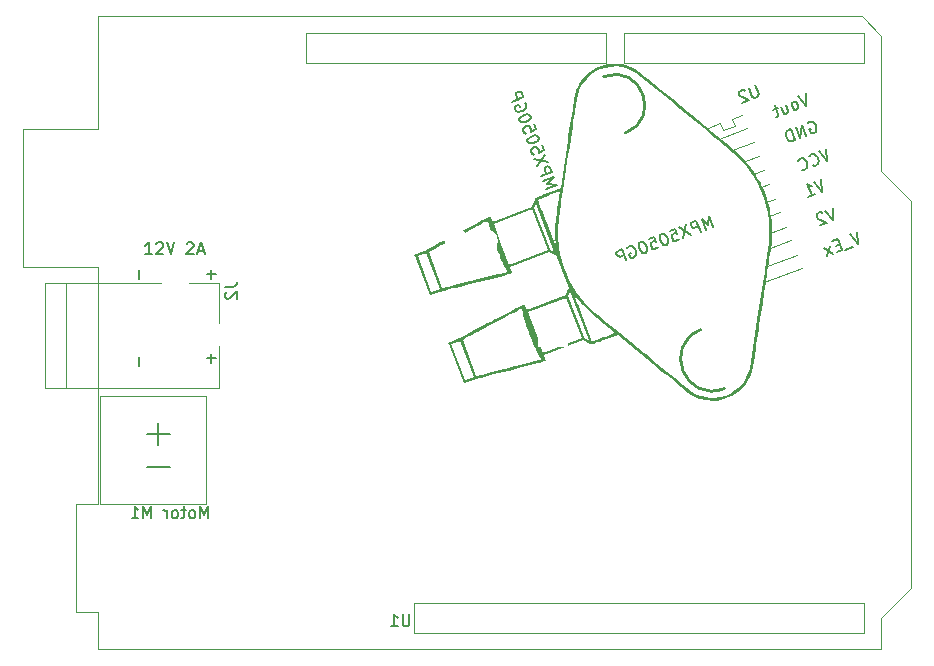
<source format=gbr>
%TF.GenerationSoftware,KiCad,Pcbnew,6.0.3-a3aad9c10e~116~ubuntu20.04.1*%
%TF.CreationDate,2022-03-20T15:10:46-04:00*%
%TF.ProjectId,Protogasm-Board-V2,50726f74-6f67-4617-936d-2d426f617264,rev?*%
%TF.SameCoordinates,PX68290a0PY76b1be0*%
%TF.FileFunction,Legend,Bot*%
%TF.FilePolarity,Positive*%
%FSLAX46Y46*%
G04 Gerber Fmt 4.6, Leading zero omitted, Abs format (unit mm)*
G04 Created by KiCad (PCBNEW 6.0.3-a3aad9c10e~116~ubuntu20.04.1) date 2022-03-20 15:10:46*
%MOMM*%
%LPD*%
G01*
G04 APERTURE LIST*
G04 Aperture macros list*
%AMRotRect*
0 Rectangle, with rotation*
0 The origin of the aperture is its center*
0 $1 length*
0 $2 width*
0 $3 Rotation angle, in degrees counterclockwise*
0 Add horizontal line*
21,1,$1,$2,0,0,$3*%
G04 Aperture macros list end*
%ADD10C,0.150000*%
%ADD11C,0.120000*%
%ADD12C,0.100000*%
%ADD13C,0.254000*%
%ADD14C,3.302000*%
%ADD15C,3.048000*%
%ADD16C,1.600000*%
%ADD17O,1.600000X1.600000*%
%ADD18R,2.000000X2.000000*%
%ADD19C,2.000000*%
%ADD20R,2.500000X3.000000*%
%ADD21O,3.500000X3.500000*%
%ADD22R,1.905000X2.000000*%
%ADD23O,1.905000X2.000000*%
%ADD24C,2.159000*%
%ADD25R,1.800000X1.800000*%
%ADD26O,1.800000X1.800000*%
%ADD27C,1.524000*%
%ADD28C,2.286000*%
%ADD29C,3.200000*%
%ADD30R,1.600000X1.600000*%
%ADD31RotRect,1.981200X1.981200X201.000000*%
%ADD32C,1.981200*%
G04 APERTURE END LIST*
D10*
X4445238Y33329620D02*
X3873809Y33329620D01*
X4159523Y33329620D02*
X4159523Y34329620D01*
X4064285Y34186762D01*
X3969047Y34091524D01*
X3873809Y34043905D01*
X4826190Y34234381D02*
X4873809Y34282000D01*
X4969047Y34329620D01*
X5207142Y34329620D01*
X5302380Y34282000D01*
X5350000Y34234381D01*
X5397619Y34139143D01*
X5397619Y34043905D01*
X5350000Y33901048D01*
X4778571Y33329620D01*
X5397619Y33329620D01*
X5683333Y34329620D02*
X6016666Y33329620D01*
X6350000Y34329620D01*
X7397619Y34234381D02*
X7445238Y34282000D01*
X7540476Y34329620D01*
X7778571Y34329620D01*
X7873809Y34282000D01*
X7921428Y34234381D01*
X7969047Y34139143D01*
X7969047Y34043905D01*
X7921428Y33901048D01*
X7350000Y33329620D01*
X7969047Y33329620D01*
X8350000Y33615334D02*
X8826190Y33615334D01*
X8254761Y33329620D02*
X8588095Y34329620D01*
X8921428Y33329620D01*
%TO.C,M1*%
X4380904Y10977620D02*
X4380904Y11977620D01*
X4047571Y11263334D01*
X3714238Y11977620D01*
X3714238Y10977620D01*
X2714238Y10977620D02*
X3285666Y10977620D01*
X2999952Y10977620D02*
X2999952Y11977620D01*
X3095190Y11834762D01*
X3190428Y11739524D01*
X3285666Y11691905D01*
X5938119Y18106572D02*
X4002880Y18106572D01*
X4970500Y17138953D02*
X4970500Y19074191D01*
X9206904Y10977620D02*
X9206904Y11977620D01*
X8873571Y11263334D01*
X8540238Y11977620D01*
X8540238Y10977620D01*
X7921190Y10977620D02*
X8016428Y11025239D01*
X8064047Y11072858D01*
X8111666Y11168096D01*
X8111666Y11453810D01*
X8064047Y11549048D01*
X8016428Y11596667D01*
X7921190Y11644286D01*
X7778333Y11644286D01*
X7683095Y11596667D01*
X7635476Y11549048D01*
X7587857Y11453810D01*
X7587857Y11168096D01*
X7635476Y11072858D01*
X7683095Y11025239D01*
X7778333Y10977620D01*
X7921190Y10977620D01*
X7302142Y11644286D02*
X6921190Y11644286D01*
X7159285Y11977620D02*
X7159285Y11120477D01*
X7111666Y11025239D01*
X7016428Y10977620D01*
X6921190Y10977620D01*
X6445000Y10977620D02*
X6540238Y11025239D01*
X6587857Y11072858D01*
X6635476Y11168096D01*
X6635476Y11453810D01*
X6587857Y11549048D01*
X6540238Y11596667D01*
X6445000Y11644286D01*
X6302142Y11644286D01*
X6206904Y11596667D01*
X6159285Y11549048D01*
X6111666Y11453810D01*
X6111666Y11168096D01*
X6159285Y11072858D01*
X6206904Y11025239D01*
X6302142Y10977620D01*
X6445000Y10977620D01*
X5683095Y10977620D02*
X5683095Y11644286D01*
X5683095Y11453810D02*
X5635476Y11549048D01*
X5587857Y11596667D01*
X5492619Y11644286D01*
X5397380Y11644286D01*
X5938119Y15312572D02*
X4002880Y15312572D01*
%TO.C,J2*%
X10628380Y30559334D02*
X11342666Y30559334D01*
X11485523Y30606953D01*
X11580761Y30702191D01*
X11628380Y30845048D01*
X11628380Y30940286D01*
X10723619Y30130762D02*
X10676000Y30083143D01*
X10628380Y29987905D01*
X10628380Y29749810D01*
X10676000Y29654572D01*
X10723619Y29606953D01*
X10818857Y29559334D01*
X10914095Y29559334D01*
X11056952Y29606953D01*
X11628380Y30178381D01*
X11628380Y29559334D01*
X9469428Y32003953D02*
X9469428Y31242048D01*
X9850380Y31623000D02*
X9088476Y31623000D01*
X9469428Y24891953D02*
X9469428Y24130048D01*
X9850380Y24511000D02*
X9088476Y24511000D01*
X3373428Y32003953D02*
X3373428Y31242048D01*
X3373428Y24637953D02*
X3373428Y23876048D01*
%TO.C,U1*%
X26243404Y2833620D02*
X26243404Y2024096D01*
X26195785Y1928858D01*
X26148166Y1881239D01*
X26052928Y1833620D01*
X25862452Y1833620D01*
X25767214Y1881239D01*
X25719595Y1928858D01*
X25671976Y2024096D01*
X25671976Y2833620D01*
X24671976Y1833620D02*
X25243404Y1833620D01*
X24957690Y1833620D02*
X24957690Y2833620D01*
X25052928Y2690762D01*
X25148166Y2595524D01*
X25243404Y2547905D01*
%TO.C,U2*%
X55514253Y47633263D02*
X55804361Y46877508D01*
X55794035Y46771530D01*
X55766644Y46710009D01*
X55694796Y46631422D01*
X55516972Y46563162D01*
X55410994Y46573488D01*
X55349473Y46600879D01*
X55270886Y46672726D01*
X54980779Y47428482D01*
X54614803Y47185983D02*
X54553282Y47213374D01*
X54447304Y47223700D01*
X54225023Y47138374D01*
X54153176Y47059788D01*
X54125785Y46998266D01*
X54115459Y46892289D01*
X54149589Y46803376D01*
X54245241Y46687073D01*
X54983497Y46358380D01*
X54405566Y46136533D01*
X64139814Y35240176D02*
X64186988Y34187139D01*
X63517427Y35001264D01*
X63821013Y33944641D02*
X63109713Y33671598D01*
X62665585Y34164203D02*
X62354392Y34044747D01*
X62408740Y33504534D02*
X62853302Y33675185D01*
X62494934Y34608766D01*
X62050372Y34438114D01*
X62097546Y33385078D02*
X61369616Y33819748D01*
X61858634Y34007465D02*
X61608528Y33197361D01*
X61538565Y42268668D02*
X61585739Y41215631D01*
X60916178Y42029756D01*
X60395748Y40860850D02*
X60457269Y40833459D01*
X60607703Y40840198D01*
X60696615Y40874329D01*
X60812919Y40969980D01*
X60867701Y41093023D01*
X60878027Y41199000D01*
X60854222Y41393890D01*
X60803027Y41527259D01*
X60690310Y41688019D01*
X60611724Y41759866D01*
X60488681Y41814648D01*
X60338247Y41807909D01*
X60249335Y41773779D01*
X60133031Y41678127D01*
X60105640Y41616606D01*
X59462167Y40502482D02*
X59523689Y40475091D01*
X59674122Y40481830D01*
X59763035Y40515961D01*
X59879338Y40611612D01*
X59934120Y40734655D01*
X59944446Y40840632D01*
X59920642Y41035522D01*
X59869446Y41168891D01*
X59756730Y41329651D01*
X59678143Y41401498D01*
X59555101Y41456280D01*
X59404667Y41449541D01*
X59315754Y41415411D01*
X59199451Y41319759D01*
X59172060Y41258238D01*
X62064233Y37267272D02*
X62111407Y36214235D01*
X61441846Y37028360D01*
X61209239Y36837057D02*
X61147718Y36864448D01*
X61041740Y36874774D01*
X60819459Y36789448D01*
X60747612Y36710861D01*
X60720221Y36649340D01*
X60709895Y36543362D01*
X60744025Y36454450D01*
X60839677Y36338147D01*
X61577933Y36009454D01*
X61000002Y35787607D01*
X61086914Y39692875D02*
X61134088Y38639838D01*
X60464527Y39453963D01*
X60022683Y38213210D02*
X60556158Y38417992D01*
X60289420Y38315601D02*
X59931052Y39249181D01*
X60071160Y39149943D01*
X60194203Y39095161D01*
X60300180Y39084835D01*
X59781323Y46960023D02*
X59828497Y45906986D01*
X59158936Y46721111D01*
X59072742Y45616879D02*
X59144589Y45695465D01*
X59171980Y45756987D01*
X59182306Y45862964D01*
X59079915Y46129702D01*
X59001329Y46201549D01*
X58939807Y46228940D01*
X58833830Y46239266D01*
X58700461Y46188071D01*
X58628614Y46109484D01*
X58601223Y46047963D01*
X58590897Y45941985D01*
X58693288Y45675248D01*
X58771874Y45603401D01*
X58833396Y45576009D01*
X58939373Y45565684D01*
X59072742Y45616879D01*
X57722425Y45812637D02*
X57961336Y45190250D01*
X58122530Y45966224D02*
X58310247Y45477205D01*
X58299921Y45371228D01*
X58228074Y45292641D01*
X58094705Y45241446D01*
X57988728Y45251772D01*
X57927206Y45279163D01*
X57411231Y45693181D02*
X57055581Y45556660D01*
X57158406Y45953179D02*
X57465579Y45152968D01*
X57455253Y45046990D01*
X57383406Y44968404D01*
X57294493Y44934273D01*
X37780080Y38871479D02*
X38713661Y39229847D01*
X37927362Y39285063D01*
X38474749Y39852234D01*
X37541168Y39493866D01*
X37370517Y39938428D02*
X38304097Y40296796D01*
X38167576Y40652446D01*
X38088990Y40724293D01*
X38027469Y40751684D01*
X37921491Y40762010D01*
X37788122Y40710815D01*
X37716275Y40632228D01*
X37688884Y40570707D01*
X37678558Y40464729D01*
X37815079Y40109079D01*
X37979860Y41141464D02*
X36807367Y41405483D01*
X37740948Y41763851D02*
X37046279Y40783096D01*
X37433775Y42564063D02*
X37604427Y42119501D01*
X37176930Y41904393D01*
X37204321Y41965914D01*
X37214647Y42071892D01*
X37129321Y42294173D01*
X37050735Y42366020D01*
X36989213Y42393411D01*
X36883236Y42403737D01*
X36660955Y42318412D01*
X36589107Y42239825D01*
X36561716Y42178304D01*
X36551390Y42072326D01*
X36636716Y41850045D01*
X36715303Y41778198D01*
X36776824Y41750807D01*
X37194863Y43186450D02*
X37160733Y43275362D01*
X37082147Y43347209D01*
X37020625Y43374600D01*
X36914648Y43384926D01*
X36719758Y43361122D01*
X36497477Y43275796D01*
X36336717Y43163080D01*
X36264870Y43084493D01*
X36237479Y43022972D01*
X36227153Y42916994D01*
X36261283Y42828082D01*
X36339869Y42756234D01*
X36401391Y42728843D01*
X36507368Y42718517D01*
X36702258Y42742322D01*
X36924539Y42827648D01*
X37085299Y42940364D01*
X37157146Y43018951D01*
X37184537Y43080472D01*
X37194863Y43186450D01*
X36751170Y44342311D02*
X36921821Y43897749D01*
X36494324Y43682641D01*
X36521715Y43744163D01*
X36532041Y43850140D01*
X36446715Y44072421D01*
X36368129Y44144269D01*
X36306608Y44171660D01*
X36200630Y44181986D01*
X35978349Y44096660D01*
X35906502Y44018074D01*
X35879111Y43956552D01*
X35868785Y43850575D01*
X35954110Y43628294D01*
X36032697Y43556446D01*
X36094218Y43529055D01*
X36512258Y44964698D02*
X36478127Y45053611D01*
X36399541Y45125458D01*
X36338020Y45152849D01*
X36232042Y45163175D01*
X36037152Y45139371D01*
X35814871Y45054045D01*
X35654111Y44941328D01*
X35582264Y44862742D01*
X35554873Y44801220D01*
X35544547Y44695243D01*
X35578677Y44606330D01*
X35657264Y44534483D01*
X35718785Y44507092D01*
X35824763Y44496766D01*
X36019653Y44520570D01*
X36241934Y44605896D01*
X36402693Y44718613D01*
X36474541Y44797199D01*
X36501932Y44858721D01*
X36512258Y44964698D01*
X36007043Y46147951D02*
X36085629Y46076103D01*
X36136825Y45942735D01*
X36143564Y45792301D01*
X36088782Y45669258D01*
X36016934Y45590672D01*
X35856175Y45477955D01*
X35722806Y45426760D01*
X35527916Y45402955D01*
X35421939Y45413281D01*
X35298896Y45468063D01*
X35203244Y45584367D01*
X35169114Y45673279D01*
X35162375Y45823713D01*
X35189766Y45885234D01*
X35500959Y46004690D01*
X35569220Y45826866D01*
X34947267Y46251210D02*
X35880848Y46609578D01*
X35744326Y46965228D01*
X35665740Y47037075D01*
X35604219Y47064466D01*
X35498241Y47074792D01*
X35364872Y47023596D01*
X35293025Y46945010D01*
X35265634Y46883489D01*
X35255308Y46777511D01*
X35391829Y46421861D01*
X59955924Y44410901D02*
X60027771Y44489487D01*
X60161140Y44540683D01*
X60311574Y44547422D01*
X60434616Y44492640D01*
X60513203Y44420792D01*
X60625920Y44260033D01*
X60677115Y44126664D01*
X60700919Y43931774D01*
X60690594Y43825796D01*
X60635811Y43702754D01*
X60519508Y43607102D01*
X60430596Y43572972D01*
X60280162Y43566233D01*
X60218640Y43593624D01*
X60099184Y43904817D01*
X60277009Y43973078D01*
X59852665Y43351125D02*
X59494297Y44284705D01*
X59319190Y43146343D01*
X58960822Y44079924D01*
X58874628Y42975692D02*
X58516260Y43909272D01*
X58293979Y43823947D01*
X58177676Y43728295D01*
X58122893Y43605252D01*
X58112568Y43499275D01*
X58136372Y43304385D01*
X58187567Y43171016D01*
X58300284Y43010256D01*
X58378871Y42938409D01*
X58501913Y42883627D01*
X58652347Y42890366D01*
X58874628Y42975692D01*
X51965067Y35659087D02*
X51606699Y36592668D01*
X51551483Y35806369D01*
X50984312Y36353756D01*
X51342680Y35420175D01*
X50898118Y35249524D02*
X50539750Y36183104D01*
X50184100Y36046583D01*
X50112253Y35967997D01*
X50084862Y35906476D01*
X50074536Y35800498D01*
X50125731Y35667129D01*
X50204318Y35595282D01*
X50265839Y35567891D01*
X50371817Y35557565D01*
X50727467Y35694086D01*
X49695082Y35858867D02*
X49431063Y34686374D01*
X49072695Y35619955D02*
X50053450Y34925286D01*
X48272483Y35312782D02*
X48717045Y35483434D01*
X48932153Y35055937D01*
X48870632Y35083328D01*
X48764654Y35093654D01*
X48542373Y35008328D01*
X48470526Y34929742D01*
X48443135Y34868220D01*
X48432809Y34762243D01*
X48518134Y34539962D01*
X48596721Y34468114D01*
X48658242Y34440723D01*
X48764220Y34430397D01*
X48986501Y34515723D01*
X49058348Y34594310D01*
X49085739Y34655831D01*
X47650096Y35073870D02*
X47561184Y35039740D01*
X47489337Y34961154D01*
X47461946Y34899632D01*
X47451620Y34793655D01*
X47475424Y34598765D01*
X47560750Y34376484D01*
X47673466Y34215724D01*
X47752053Y34143877D01*
X47813574Y34116486D01*
X47919552Y34106160D01*
X48008464Y34140290D01*
X48080312Y34218876D01*
X48107703Y34280398D01*
X48118029Y34386375D01*
X48094224Y34581265D01*
X48008898Y34803546D01*
X47896182Y34964306D01*
X47817595Y35036153D01*
X47756074Y35063544D01*
X47650096Y35073870D01*
X46494235Y34630177D02*
X46938797Y34800828D01*
X47153905Y34373331D01*
X47092383Y34400722D01*
X46986406Y34411048D01*
X46764125Y34325722D01*
X46692277Y34247136D01*
X46664886Y34185615D01*
X46654560Y34079637D01*
X46739886Y33857356D01*
X46818472Y33785509D01*
X46879994Y33758118D01*
X46985971Y33747792D01*
X47208252Y33833117D01*
X47280100Y33911704D01*
X47307491Y33973225D01*
X45871848Y34391265D02*
X45782935Y34357134D01*
X45711088Y34278548D01*
X45683697Y34217027D01*
X45673371Y34111049D01*
X45697175Y33916159D01*
X45782501Y33693878D01*
X45895218Y33533118D01*
X45973804Y33461271D01*
X46035326Y33433880D01*
X46141303Y33423554D01*
X46230216Y33457684D01*
X46302063Y33536271D01*
X46329454Y33597792D01*
X46339780Y33703770D01*
X46315976Y33898660D01*
X46230650Y34120941D01*
X46117933Y34281700D01*
X46039347Y34353548D01*
X45977825Y34380939D01*
X45871848Y34391265D01*
X44688595Y33886050D02*
X44760443Y33964636D01*
X44893811Y34015832D01*
X45044245Y34022571D01*
X45167288Y33967789D01*
X45245874Y33895941D01*
X45358591Y33735182D01*
X45409786Y33601813D01*
X45433591Y33406923D01*
X45423265Y33300946D01*
X45368483Y33177903D01*
X45252179Y33082251D01*
X45163267Y33048121D01*
X45012833Y33041382D01*
X44951312Y33068773D01*
X44831856Y33379966D01*
X45009680Y33448227D01*
X44585336Y32826274D02*
X44226968Y33759855D01*
X43871318Y33623333D01*
X43799471Y33544747D01*
X43772080Y33483226D01*
X43761754Y33377248D01*
X43812950Y33243879D01*
X43891536Y33172032D01*
X43953057Y33144641D01*
X44059035Y33134315D01*
X44414685Y33270836D01*
D11*
%TO.C,M1*%
X9034500Y21336000D02*
X17500Y21336000D01*
X17500Y21336000D02*
X17500Y12192000D01*
X17500Y12192000D02*
X9034500Y12192000D01*
X9034500Y12192000D02*
X9034500Y21336000D01*
D12*
%TO.C,J2*%
X-4572000Y30861000D02*
X5207000Y30861000D01*
D11*
X10160000Y30861000D02*
X7594600Y30861000D01*
X10160000Y21971000D02*
X10160000Y25577800D01*
X10160000Y30861000D02*
X10160000Y27508200D01*
D12*
X10160000Y21971000D02*
X-4572000Y21971000D01*
X-4572000Y21971000D02*
X-4572000Y30861000D01*
D11*
X-4572000Y21971000D02*
X-2794000Y21971000D01*
X-2794000Y21971000D02*
X-2794000Y30861000D01*
X-2794000Y30861000D02*
X-4572000Y30861000D01*
X-4572000Y30861000D02*
X-4572000Y21971000D01*
%TO.C,U1*%
X64520000Y53470000D02*
X66170000Y51820000D01*
X-6480000Y43940000D02*
X-130000Y43940000D01*
X68710000Y37850000D02*
X68710000Y5080000D01*
X-2030000Y3050000D02*
X-2030000Y12190000D01*
X-130000Y53470000D02*
X64520000Y53470000D01*
X-2030000Y12190000D02*
X-130000Y12190000D01*
X-130000Y32260000D02*
X-6480000Y32260000D01*
X66170000Y-130000D02*
X-130000Y-130000D01*
X-130000Y12190000D02*
X-130000Y32260000D01*
X-130000Y-130000D02*
X-130000Y3050000D01*
X-130000Y3050000D02*
X-2030000Y3050000D01*
X66170000Y40390000D02*
X68710000Y37850000D01*
X-6480000Y32260000D02*
X-6480000Y43940000D01*
X68710000Y5080000D02*
X66170000Y2540000D01*
X-130000Y43940000D02*
X-130000Y53470000D01*
X66170000Y2540000D02*
X66170000Y-130000D01*
X66170000Y51820000D02*
X66170000Y40390000D01*
X17526000Y52070000D02*
X42926000Y52070000D01*
X42926000Y52070000D02*
X42926000Y49530000D01*
X42926000Y49530000D02*
X17526000Y49530000D01*
X17526000Y49530000D02*
X17526000Y52070000D01*
X44450000Y49530000D02*
X64770000Y49530000D01*
X64770000Y49530000D02*
X64770000Y52070000D01*
X64770000Y52070000D02*
X44450000Y52070000D01*
X44450000Y52070000D02*
X44450000Y49530000D01*
X26670000Y1270000D02*
X64770000Y1270000D01*
X64770000Y1270000D02*
X64770000Y3810000D01*
X64770000Y3810000D02*
X26670000Y3810000D01*
X26670000Y3810000D02*
X26670000Y1270000D01*
%TO.C,U2*%
X58541291Y34572978D02*
X56739481Y33881328D01*
X56279990Y40463871D02*
X55369749Y40114462D01*
X54632048Y41213062D02*
X55817695Y41668190D01*
X52768491Y43807548D02*
X53776758Y44194585D01*
X53551422Y42158603D02*
X54649966Y41166383D01*
X53540235Y44810748D02*
X54380457Y45133279D01*
X57638204Y36925601D02*
X56690620Y36561857D01*
X51484189Y44000083D02*
X52539135Y44405039D01*
X53776758Y44194585D02*
X53540235Y44810748D01*
X58122001Y35665267D02*
X56805652Y35159969D01*
X56720782Y39315567D02*
X55978586Y39030664D01*
X55380486Y42807158D02*
X53578676Y42115507D01*
X59451546Y32201684D02*
X56277372Y30983233D01*
X57208163Y38045897D02*
X56461298Y37759203D01*
X59044091Y33277093D02*
X56551431Y32320251D01*
X52539135Y44405039D02*
X52768491Y43807548D01*
X54814082Y44003647D02*
X52442788Y43093392D01*
D13*
X50893628Y26940345D02*
G75*
G03*
X52913214Y21958187I1009793J-2491079D01*
G01*
X44505719Y43581415D02*
G75*
G03*
X42692423Y48374975I-906648J2396780D01*
G01*
G36*
X33302595Y36082864D02*
G01*
X36342544Y37249790D01*
X36824494Y37249790D01*
X38159466Y33772067D01*
X38189168Y33694691D01*
X38353200Y33623987D01*
X38517231Y33553282D01*
X36973671Y37574394D01*
X36899083Y37412092D01*
X36824494Y37249790D01*
X36342544Y37249790D01*
X36600039Y37348633D01*
X36729913Y37646602D01*
X36765570Y37732069D01*
X36811353Y37855737D01*
X36838325Y37946335D01*
X37116335Y37946335D01*
X37118263Y37938854D01*
X37138514Y37881462D01*
X37179206Y37771755D01*
X37218234Y37668273D01*
X37238450Y37614672D01*
X37314361Y37415149D01*
X37405050Y37178128D01*
X37508632Y36908542D01*
X37623218Y36611333D01*
X37746921Y36291437D01*
X37877854Y35953792D01*
X38645897Y33975901D01*
X38627722Y34225595D01*
X38623942Y34278168D01*
X38602560Y34613431D01*
X38588816Y34921462D01*
X38584820Y35131526D01*
X38808582Y35131526D01*
X38811335Y35031867D01*
X38813329Y34987980D01*
X38827491Y34758374D01*
X38848329Y34501530D01*
X38874197Y34232624D01*
X38903447Y33966832D01*
X38934431Y33719331D01*
X38965503Y33505296D01*
X38995013Y33339903D01*
X39060608Y33067075D01*
X39157573Y32735346D01*
X39276547Y32377512D01*
X39411845Y32008385D01*
X39557782Y31642769D01*
X39708675Y31295473D01*
X39858839Y30981306D01*
X40002591Y30715074D01*
X40018395Y30688459D01*
X40114558Y30536853D01*
X40240210Y30350688D01*
X40264254Y30316427D01*
X40386421Y30142345D01*
X40544259Y29924203D01*
X40704795Y29708643D01*
X40859097Y29508048D01*
X40998236Y29334795D01*
X41041029Y29284057D01*
X41110727Y29205334D01*
X41189807Y29120829D01*
X41280508Y29028630D01*
X41385071Y28926825D01*
X41505732Y28813505D01*
X41644734Y28686760D01*
X41804314Y28544678D01*
X41986712Y28385348D01*
X42194166Y28206860D01*
X42428917Y28007302D01*
X42693204Y27784766D01*
X42989266Y27537340D01*
X43319342Y27263112D01*
X43685671Y26960173D01*
X43886254Y26794898D01*
X44090493Y26626611D01*
X44536048Y26260516D01*
X45024573Y25859977D01*
X45558310Y25423084D01*
X46139496Y24947925D01*
X46254506Y24853944D01*
X46769450Y24433204D01*
X47237859Y24050620D01*
X47662143Y23704282D01*
X48044710Y23392284D01*
X48387968Y23112715D01*
X48694326Y22863667D01*
X48966192Y22643231D01*
X49205974Y22449497D01*
X49416080Y22280559D01*
X49598920Y22134505D01*
X49756902Y22009428D01*
X49892433Y21903418D01*
X50007923Y21814567D01*
X50105780Y21740968D01*
X50188412Y21680708D01*
X50258227Y21631880D01*
X50317635Y21592578D01*
X50369044Y21560889D01*
X50414861Y21534906D01*
X50457495Y21512720D01*
X50499355Y21492423D01*
X50613222Y21440483D01*
X50989300Y21299124D01*
X51359145Y21210803D01*
X51739907Y21172275D01*
X52148742Y21180292D01*
X52225422Y21186809D01*
X52400257Y21208164D01*
X52566470Y21236027D01*
X52696440Y21266070D01*
X52811980Y21299219D01*
X52926370Y21331518D01*
X53005221Y21353200D01*
X53161450Y21409256D01*
X53362923Y21509412D01*
X53583089Y21641570D01*
X53809707Y21797268D01*
X54030532Y21968049D01*
X54233324Y22145452D01*
X54405839Y22321019D01*
X54468254Y22393704D01*
X54538040Y22485647D01*
X54603223Y22587969D01*
X54670839Y22712924D01*
X54747927Y22872771D01*
X54841523Y23079763D01*
X55080576Y23618107D01*
X55710815Y27812759D01*
X55787139Y28320746D01*
X55867602Y28856294D01*
X55947227Y29386275D01*
X56025227Y29905451D01*
X56100816Y30408583D01*
X56173207Y30890432D01*
X56241611Y31345761D01*
X56305242Y31769331D01*
X56363314Y32155903D01*
X56415040Y32500238D01*
X56459633Y32797099D01*
X56496303Y33041247D01*
X56524267Y33227443D01*
X56531274Y33274284D01*
X56599360Y33754513D01*
X56652134Y34182361D01*
X56690040Y34566567D01*
X56713524Y34915869D01*
X56723025Y35239002D01*
X56718991Y35544705D01*
X56701863Y35841715D01*
X56672085Y36138769D01*
X56576618Y36786536D01*
X56435219Y37451154D01*
X56251205Y38081682D01*
X56020725Y38688146D01*
X55739934Y39280566D01*
X55404982Y39868971D01*
X55012022Y40463381D01*
X54996093Y40485911D01*
X54818853Y40725556D01*
X54631678Y40957270D01*
X54428391Y41187250D01*
X54202816Y41421692D01*
X53948777Y41666793D01*
X53660098Y41928748D01*
X53330602Y42213754D01*
X52954114Y42528009D01*
X52817486Y42640473D01*
X52629128Y42795511D01*
X52399397Y42984599D01*
X52132386Y43204370D01*
X51832183Y43451458D01*
X51502878Y43722496D01*
X51148563Y44014118D01*
X50773325Y44322958D01*
X50381257Y44645648D01*
X49976448Y44978824D01*
X49562986Y45319117D01*
X49144965Y45663165D01*
X48726472Y46007596D01*
X45451342Y48703119D01*
X44913469Y48943228D01*
X44789311Y48997661D01*
X44542722Y49096757D01*
X44325788Y49166852D01*
X44121419Y49211104D01*
X43912526Y49232670D01*
X43682018Y49234704D01*
X43412806Y49220363D01*
X43287631Y49209160D01*
X42833477Y49130920D01*
X42408039Y48995687D01*
X42010783Y48803260D01*
X41641175Y48553438D01*
X41544481Y48475574D01*
X41251431Y48204156D01*
X41007549Y47913363D01*
X40802132Y47589126D01*
X40624471Y47217375D01*
X40620684Y47208277D01*
X40603346Y47165029D01*
X40586588Y47119220D01*
X40569896Y47067819D01*
X40552759Y47007797D01*
X40534665Y46936122D01*
X40515100Y46849766D01*
X40493552Y46745697D01*
X40469508Y46620886D01*
X40442457Y46472303D01*
X40411885Y46296918D01*
X40377279Y46091700D01*
X40338128Y45853619D01*
X40293920Y45579646D01*
X40244139Y45266751D01*
X40188276Y44911903D01*
X40125817Y44512072D01*
X40056250Y44064228D01*
X39979061Y43565341D01*
X39893741Y43012380D01*
X39799774Y42402317D01*
X39696647Y41732121D01*
X39618786Y41225450D01*
X39511373Y40524320D01*
X39413357Y39881410D01*
X39324354Y39293803D01*
X39243978Y38758579D01*
X39243746Y38757020D01*
X39171843Y38272822D01*
X39107563Y37833612D01*
X39050753Y37438031D01*
X39001029Y37083161D01*
X38958001Y36766083D01*
X38921288Y36483880D01*
X38890502Y36233632D01*
X38865258Y36012422D01*
X38845171Y35817331D01*
X38829854Y35645441D01*
X38818921Y35493835D01*
X38811990Y35359591D01*
X38808671Y35239795D01*
X38808582Y35131526D01*
X38584820Y35131526D01*
X38583285Y35212240D01*
X38586546Y35495748D01*
X38599174Y35781967D01*
X38621747Y36080878D01*
X38654843Y36402462D01*
X38699037Y36756700D01*
X38754909Y37153574D01*
X38823035Y37603064D01*
X38987023Y38658473D01*
X38054941Y38309730D01*
X37943384Y38267904D01*
X37722292Y38184462D01*
X37524826Y38109214D01*
X37358241Y38044968D01*
X37229794Y37994534D01*
X37146740Y37960720D01*
X37116335Y37946335D01*
X36838325Y37946335D01*
X36840325Y37953054D01*
X36847364Y38008248D01*
X36846498Y38013105D01*
X36846554Y38029914D01*
X36855906Y38047116D01*
X36880132Y38067254D01*
X36924811Y38092874D01*
X36995522Y38126519D01*
X37097842Y38170732D01*
X37237352Y38228058D01*
X37419630Y38301042D01*
X37650255Y38392227D01*
X37934804Y38504158D01*
X39034668Y38936391D01*
X39638087Y42888266D01*
X39708236Y43346418D01*
X39782963Y43831667D01*
X39855269Y44298353D01*
X39924508Y44742420D01*
X39990030Y45159812D01*
X40051188Y45546472D01*
X40107336Y45898343D01*
X40157826Y46211372D01*
X40202010Y46481498D01*
X40239240Y46704668D01*
X40268869Y46876824D01*
X40290250Y46993910D01*
X40302734Y47051870D01*
X40315996Y47094519D01*
X40383375Y47269911D01*
X40478344Y47476612D01*
X40593270Y47698744D01*
X40720511Y47920430D01*
X40732704Y47940187D01*
X40883406Y48145829D01*
X41079682Y48361908D01*
X41308730Y48577140D01*
X41557747Y48780244D01*
X41813930Y48959934D01*
X42064479Y49104929D01*
X42204793Y49171356D01*
X42578797Y49308310D01*
X42978982Y49404618D01*
X43391576Y49458897D01*
X43802808Y49469768D01*
X44198901Y49435849D01*
X44566082Y49355758D01*
X44593343Y49347374D01*
X44775805Y49281199D01*
X44982215Y49192796D01*
X45195646Y49090610D01*
X45399170Y48983084D01*
X45575859Y48878663D01*
X45708784Y48785790D01*
X45773080Y48733927D01*
X45886431Y48641748D01*
X46039096Y48517126D01*
X46227221Y48363230D01*
X46446946Y48183235D01*
X46694416Y47980315D01*
X46965775Y47757642D01*
X47257164Y47518390D01*
X47564727Y47265733D01*
X47884608Y47002843D01*
X48212949Y46732894D01*
X48545894Y46459059D01*
X48879586Y46184512D01*
X49210167Y45912425D01*
X49533781Y45645973D01*
X49846572Y45388328D01*
X50144682Y45142663D01*
X50424255Y44912153D01*
X50681433Y44699971D01*
X50912361Y44509289D01*
X51113180Y44343281D01*
X51280035Y44205120D01*
X51409068Y44097980D01*
X51496421Y44025034D01*
X51538241Y43989456D01*
X51619495Y43914745D01*
X51708572Y43827869D01*
X51770301Y43761975D01*
X51777622Y43753542D01*
X51831841Y43703611D01*
X51869121Y43689004D01*
X51873249Y43688803D01*
X51916354Y43665023D01*
X51992409Y43611694D01*
X52089024Y43538596D01*
X52193802Y43455503D01*
X52294350Y43372195D01*
X52378273Y43298448D01*
X52433178Y43244039D01*
X52466960Y43212140D01*
X52541763Y43151077D01*
X52634168Y43081634D01*
X52721212Y43016369D01*
X52855500Y42911524D01*
X53017829Y42781949D01*
X53197322Y42636519D01*
X53383100Y42484110D01*
X53564284Y42333597D01*
X53729997Y42193858D01*
X53869361Y42073767D01*
X53977343Y41976746D01*
X54155828Y41807701D01*
X54336514Y41627602D01*
X54506675Y41449553D01*
X54653584Y41286660D01*
X54764514Y41152024D01*
X54825108Y41075299D01*
X54895132Y40992696D01*
X54944255Y40941719D01*
X54983975Y40901331D01*
X55066980Y40798507D01*
X55172079Y40653434D01*
X55293929Y40474378D01*
X55427186Y40269609D01*
X55566504Y40047394D01*
X55706540Y39816003D01*
X55841951Y39583701D01*
X55967392Y39358759D01*
X56035806Y39228660D01*
X56178268Y38932647D01*
X56246542Y38774829D01*
X56313831Y38619293D01*
X56435439Y38306280D01*
X56536037Y38011288D01*
X56608570Y37751996D01*
X56657800Y37538377D01*
X56735380Y37171711D01*
X56805581Y36802885D01*
X56865623Y36447728D01*
X56912723Y36122072D01*
X56944104Y35841747D01*
X56948154Y35789795D01*
X56956315Y35600879D01*
X56958606Y35375620D01*
X56955576Y35126546D01*
X56947770Y34866185D01*
X56935737Y34607065D01*
X56920027Y34361715D01*
X56901184Y34142663D01*
X56879758Y33962436D01*
X56856297Y33833562D01*
X56854645Y33826046D01*
X56842575Y33758823D01*
X56822634Y33637686D01*
X56795980Y33470071D01*
X56763776Y33263418D01*
X56727183Y33025165D01*
X56687362Y32762749D01*
X56645476Y32483609D01*
X56639121Y32441027D01*
X56596366Y32154880D01*
X56555202Y31879922D01*
X56516933Y31624822D01*
X56482862Y31398249D01*
X56454291Y31208871D01*
X56432525Y31065357D01*
X56418867Y30976378D01*
X56410014Y30918580D01*
X56391857Y30798805D01*
X56365528Y30624461D01*
X56331705Y30400061D01*
X56291070Y30130119D01*
X56244297Y29819149D01*
X56192068Y29471664D01*
X56135060Y29092178D01*
X56073952Y28685204D01*
X56009423Y28255256D01*
X55942151Y27806848D01*
X55872815Y27344493D01*
X55809184Y26920287D01*
X55741762Y26471201D01*
X55677029Y26040450D01*
X55615664Y25632518D01*
X55558343Y25251893D01*
X55505744Y24903061D01*
X55458543Y24590507D01*
X55417418Y24318718D01*
X55383044Y24092180D01*
X55356100Y23915379D01*
X55337262Y23792801D01*
X55327208Y23728932D01*
X55323054Y23705648D01*
X55281741Y23540052D01*
X55216802Y23339564D01*
X55135169Y23121788D01*
X55043771Y22904326D01*
X54949538Y22704778D01*
X54859401Y22540747D01*
X54742202Y22370444D01*
X54548794Y22139988D01*
X54320806Y21909419D01*
X54072299Y21691750D01*
X53817329Y21499994D01*
X53569954Y21347162D01*
X53481060Y21300711D01*
X53055231Y21120138D01*
X52614607Y21001485D01*
X52156491Y20943980D01*
X52111391Y20941708D01*
X51882425Y20938941D01*
X51642223Y20948279D01*
X51409494Y20968215D01*
X51202950Y20997239D01*
X51041304Y21033845D01*
X50830203Y21102795D01*
X50614128Y21183396D01*
X50411204Y21268285D01*
X50237662Y21350672D01*
X50109731Y21423760D01*
X50076724Y21448037D01*
X49993196Y21513025D01*
X49866020Y21613866D01*
X49698415Y21747953D01*
X49493602Y21912679D01*
X49254800Y22105436D01*
X48985229Y22323618D01*
X48688109Y22564620D01*
X48366659Y22825835D01*
X48024100Y23104655D01*
X47663649Y23398474D01*
X47288529Y23704686D01*
X46901958Y24020683D01*
X43869409Y26501320D01*
X42733717Y26082479D01*
X42616574Y26039288D01*
X42347072Y25940127D01*
X42129508Y25860682D01*
X41958100Y25799158D01*
X41827061Y25753755D01*
X41730608Y25722679D01*
X41662954Y25704130D01*
X41618317Y25696312D01*
X41590911Y25697429D01*
X41574951Y25705682D01*
X41564653Y25719275D01*
X41543627Y25740097D01*
X41471414Y25787975D01*
X41363881Y25847188D01*
X41235387Y25909441D01*
X40939492Y26043972D01*
X37642048Y24778203D01*
X37728281Y24553560D01*
X37731321Y24545375D01*
X37756303Y24478112D01*
X37785592Y24382696D01*
X37790856Y24325127D01*
X37774329Y24292743D01*
X37773260Y24292037D01*
X37730319Y24277385D01*
X37630318Y24248447D01*
X37477667Y24206379D01*
X37276780Y24152341D01*
X37032069Y24087490D01*
X36747947Y24012983D01*
X36428826Y23929979D01*
X36079119Y23839634D01*
X35703237Y23743107D01*
X35305595Y23641555D01*
X34890603Y23536136D01*
X34658846Y23477388D01*
X34179011Y23355488D01*
X33754621Y23247211D01*
X33381128Y23151327D01*
X33053979Y23066602D01*
X32768622Y22991804D01*
X32520511Y22925701D01*
X32305091Y22867062D01*
X32117813Y22814653D01*
X31954128Y22767241D01*
X31809482Y22723597D01*
X31679326Y22682485D01*
X31559109Y22642675D01*
X31444281Y22602935D01*
X30841501Y22390165D01*
X29559186Y25730711D01*
X29781633Y25730711D01*
X30960957Y22658468D01*
X31706647Y22944711D01*
X30527323Y26016955D01*
X29781633Y25730711D01*
X29559186Y25730711D01*
X29513331Y25850167D01*
X30101276Y26094400D01*
X30737154Y26094400D01*
X31914402Y23027563D01*
X31931138Y23030885D01*
X32017752Y23048078D01*
X32031087Y23051075D01*
X32103560Y23068710D01*
X32230934Y23100434D01*
X32408368Y23145019D01*
X32631020Y23201237D01*
X32894046Y23267861D01*
X33192607Y23343665D01*
X33521859Y23427419D01*
X33876961Y23517899D01*
X34253072Y23613875D01*
X34645348Y23714121D01*
X34816373Y23757850D01*
X35203458Y23856768D01*
X35572901Y23951099D01*
X35919783Y24039597D01*
X36239188Y24121007D01*
X36526197Y24194077D01*
X36775893Y24257557D01*
X36983357Y24310195D01*
X37143673Y24350739D01*
X37251921Y24377938D01*
X37303184Y24390540D01*
X37339150Y24399241D01*
X37407634Y24418739D01*
X37433134Y24430912D01*
X37431849Y24433274D01*
X37405961Y24469831D01*
X37358523Y24532703D01*
X37321785Y24586494D01*
X37249242Y24710990D01*
X37159647Y24880153D01*
X37057225Y25085262D01*
X36946201Y25317598D01*
X36830798Y25568442D01*
X36715240Y25829074D01*
X36603751Y26090776D01*
X36487691Y26378743D01*
X36367044Y26696340D01*
X36249425Y27023006D01*
X36233858Y27068574D01*
X36505928Y27068574D01*
X36510640Y27042702D01*
X36529356Y26975393D01*
X36560546Y26869869D01*
X36580225Y26806685D01*
X36652009Y26600845D01*
X36735843Y26386420D01*
X36818165Y26198748D01*
X36852022Y26127649D01*
X36888523Y26052873D01*
X36908034Y26017159D01*
X36909532Y26023925D01*
X36891995Y26076587D01*
X36854402Y26178564D01*
X36795733Y26333276D01*
X36714965Y26544139D01*
X36657669Y26693209D01*
X36591088Y26865325D01*
X36544623Y26983108D01*
X36516746Y27049784D01*
X36505928Y27068574D01*
X36233858Y27068574D01*
X36138579Y27347466D01*
X36038251Y27658441D01*
X35952184Y27944654D01*
X35884121Y28194829D01*
X35837809Y28397687D01*
X35833949Y28417170D01*
X36245179Y28417170D01*
X36932164Y26627514D01*
X37561900Y24986996D01*
X40813109Y26235018D01*
X39496388Y29665192D01*
X36245179Y28417170D01*
X35833949Y28417170D01*
X35816124Y28507136D01*
X35791895Y28624554D01*
X35774016Y28705427D01*
X35765294Y28736643D01*
X35756863Y28732898D01*
X35700301Y28704431D01*
X35594770Y28650180D01*
X35445224Y28572740D01*
X35256615Y28474707D01*
X35033895Y28358678D01*
X34782018Y28227248D01*
X34505934Y28083015D01*
X34210598Y27928573D01*
X33900960Y27766519D01*
X33581974Y27599449D01*
X33258593Y27429959D01*
X32935768Y27260645D01*
X32618452Y27094104D01*
X32311598Y26932931D01*
X32020158Y26779722D01*
X31749084Y26637074D01*
X31503329Y26507582D01*
X31287846Y26393843D01*
X31107586Y26298453D01*
X30967503Y26224007D01*
X30872548Y26173103D01*
X30827675Y26148335D01*
X30737154Y26094400D01*
X30101276Y26094400D01*
X30103654Y26095388D01*
X30153066Y26116065D01*
X30266269Y26164681D01*
X30385388Y26217795D01*
X30514631Y26277537D01*
X30658202Y26346036D01*
X30820309Y26425421D01*
X31005157Y26517822D01*
X31216954Y26625368D01*
X31459906Y26750187D01*
X31738218Y26894411D01*
X32056098Y27060166D01*
X32417752Y27249584D01*
X32827384Y27464793D01*
X33289204Y27707923D01*
X33332661Y27730815D01*
X33710054Y27929275D01*
X34071507Y28118764D01*
X34412968Y28297188D01*
X34730385Y28462458D01*
X35019701Y28612480D01*
X35276865Y28745162D01*
X35497820Y28858412D01*
X35678516Y28950137D01*
X35814896Y29018246D01*
X35902908Y29060645D01*
X35938498Y29075244D01*
X35958005Y29071343D01*
X35991492Y29040859D01*
X36029485Y28970916D01*
X36078799Y28850606D01*
X36165031Y28625964D01*
X39204158Y29792575D01*
X39687050Y29792575D01*
X41021902Y26315166D01*
X41040034Y26267932D01*
X41224825Y26187725D01*
X41409616Y26107517D01*
X39928810Y29965148D01*
X40197344Y29965148D01*
X40211450Y29915391D01*
X40246285Y29812464D01*
X40300248Y29660707D01*
X40371740Y29464459D01*
X40459162Y29228058D01*
X40560914Y28955846D01*
X40675396Y28652159D01*
X40801008Y28321337D01*
X40936151Y27967720D01*
X41716689Y25931638D01*
X42671172Y26298030D01*
X42787724Y26342983D01*
X43015848Y26432302D01*
X43216550Y26512687D01*
X43383345Y26581443D01*
X43509753Y26635871D01*
X43589289Y26673274D01*
X43615471Y26690954D01*
X43593322Y26712878D01*
X43526688Y26771132D01*
X43421256Y26860582D01*
X43282687Y26976492D01*
X43116646Y27114127D01*
X42928797Y27268752D01*
X42724801Y27435631D01*
X42456167Y27655961D01*
X42123563Y27933453D01*
X41832553Y28183096D01*
X41577294Y28410568D01*
X41351939Y28621550D01*
X41150646Y28821723D01*
X40967567Y29016769D01*
X40796860Y29212366D01*
X40632680Y29414196D01*
X40469181Y29627940D01*
X40380449Y29745376D01*
X40297347Y29852103D01*
X40233589Y29930471D01*
X40198387Y29968888D01*
X40197344Y29965148D01*
X39928810Y29965148D01*
X39854365Y30159085D01*
X39770708Y29975830D01*
X39687050Y29792575D01*
X39204158Y29792575D01*
X39459579Y29890622D01*
X39593807Y30189405D01*
X39728033Y30488189D01*
X38674622Y33232418D01*
X38375840Y33366646D01*
X38077056Y33500873D01*
X34779612Y32235103D01*
X34871569Y31995547D01*
X34908850Y31894425D01*
X34935491Y31804406D01*
X34939391Y31750238D01*
X34922877Y31719397D01*
X34921351Y31718449D01*
X34876399Y31703447D01*
X34774449Y31674453D01*
X34619907Y31632601D01*
X34417177Y31579027D01*
X34170666Y31514865D01*
X33884776Y31441250D01*
X33563914Y31359319D01*
X33212485Y31270205D01*
X32834893Y31175044D01*
X32435545Y31074970D01*
X32018844Y30971119D01*
X31750079Y30904277D01*
X31272958Y30785337D01*
X30851088Y30679709D01*
X30479959Y30586190D01*
X30155060Y30503583D01*
X29871883Y30430688D01*
X29625917Y30366306D01*
X29412653Y30309237D01*
X29227581Y30258283D01*
X29066192Y30212243D01*
X28923975Y30169919D01*
X28796421Y30130112D01*
X28679019Y30091622D01*
X28567262Y30053249D01*
X27979065Y29847066D01*
X26708199Y33157784D01*
X26930647Y33157784D01*
X28098521Y30115369D01*
X28814384Y30390163D01*
X27646510Y33432578D01*
X26930647Y33157784D01*
X26708199Y33157784D01*
X26662344Y33277240D01*
X27219305Y33510023D01*
X27856341Y33510023D01*
X29022140Y30473014D01*
X29038597Y30476230D01*
X29125601Y30493234D01*
X29141980Y30496884D01*
X29218329Y30515170D01*
X29349369Y30547218D01*
X29530283Y30591831D01*
X29756262Y30647811D01*
X30022489Y30713965D01*
X30324154Y30789092D01*
X30656440Y30871998D01*
X31014536Y30961486D01*
X31393628Y31056357D01*
X31788902Y31155418D01*
X31993423Y31206690D01*
X32380995Y31303753D01*
X32749914Y31396016D01*
X33095367Y31482282D01*
X33412541Y31561354D01*
X33696622Y31632036D01*
X33942797Y31693130D01*
X34146252Y31743440D01*
X34302175Y31781769D01*
X34405750Y31806918D01*
X34452167Y31817692D01*
X34456222Y31818509D01*
X34524585Y31841453D01*
X34543875Y31868535D01*
X34542835Y31870909D01*
X34518500Y31915630D01*
X34468780Y32002054D01*
X34400279Y32118819D01*
X34319599Y32254557D01*
X34272787Y32333758D01*
X34221910Y32423503D01*
X34174055Y32514000D01*
X34126025Y32612627D01*
X34074623Y32726764D01*
X34016653Y32863791D01*
X33948918Y33031086D01*
X33868221Y33236030D01*
X33771365Y33486003D01*
X33655154Y33788384D01*
X33625473Y33865944D01*
X33463504Y34296193D01*
X33362901Y34573544D01*
X33613728Y34573544D01*
X33629170Y34514198D01*
X33646838Y34456373D01*
X33696569Y34305190D01*
X33760224Y34121666D01*
X33831469Y33923877D01*
X33903973Y33729894D01*
X33949111Y33613477D01*
X34018575Y33440836D01*
X34082811Y33288457D01*
X34136188Y33169571D01*
X34173077Y33097404D01*
X34178171Y33089731D01*
X34181756Y33098873D01*
X34163422Y33162368D01*
X34124537Y33276309D01*
X34066471Y33436784D01*
X33990594Y33639888D01*
X33898275Y33881709D01*
X33850280Y34006018D01*
X33760310Y34236698D01*
X33691917Y34408208D01*
X33644854Y34521131D01*
X33618874Y34576048D01*
X33613728Y34573544D01*
X33362901Y34573544D01*
X33325493Y34676675D01*
X33209138Y35014507D01*
X33112141Y35316810D01*
X33032200Y35590700D01*
X32967017Y35843297D01*
X32960212Y35874070D01*
X33382744Y35874070D01*
X34115527Y33965104D01*
X34699464Y32443897D01*
X37950673Y33691919D01*
X36633953Y37122092D01*
X33382744Y35874070D01*
X32960212Y35874070D01*
X32914293Y36081721D01*
X32889747Y36203100D01*
X32795349Y36146559D01*
X32780502Y36138173D01*
X32711012Y36100367D01*
X32591677Y36036197D01*
X32426883Y35948002D01*
X32221020Y35838118D01*
X31978473Y35708882D01*
X31703631Y35562631D01*
X31400881Y35401704D01*
X31074612Y35228435D01*
X30729210Y35045162D01*
X30369064Y34854224D01*
X30182769Y34755476D01*
X29829800Y34568269D01*
X29493905Y34389975D01*
X29179462Y34222923D01*
X28890849Y34069448D01*
X28632444Y33931877D01*
X28408623Y33812545D01*
X28223767Y33713783D01*
X28082252Y33637922D01*
X27988457Y33587292D01*
X27946758Y33564226D01*
X27856341Y33510023D01*
X27219305Y33510023D01*
X27237424Y33517596D01*
X27293146Y33541094D01*
X27403556Y33588993D01*
X27520378Y33641674D01*
X27647766Y33701267D01*
X27789873Y33769895D01*
X27950855Y33849687D01*
X28134864Y33942767D01*
X28346055Y34051263D01*
X28588580Y34177302D01*
X28866595Y34323008D01*
X29184253Y34490509D01*
X29545708Y34681931D01*
X29955113Y34899401D01*
X30416624Y35145044D01*
X30472511Y35174806D01*
X30849680Y35375310D01*
X31210841Y35566702D01*
X31551959Y35746883D01*
X31869003Y35913744D01*
X32157938Y36065185D01*
X32414733Y36199099D01*
X32635355Y36313384D01*
X32815768Y36405935D01*
X32951942Y36474648D01*
X33039843Y36517419D01*
X33075437Y36532144D01*
X33096085Y36527938D01*
X33129459Y36497279D01*
X33167242Y36427485D01*
X33208944Y36325628D01*
X33216363Y36307507D01*
X33302595Y36082864D01*
G37*
%TD*%
%LPC*%
D14*
%TO.C,M1*%
X2176500Y19304000D03*
X2176500Y14224000D03*
D15*
X7256500Y19304000D03*
X7256500Y14224000D03*
%TD*%
D16*
%TO.C,R1*%
X21336000Y40894000D03*
D17*
X13716000Y40894000D03*
%TD*%
D18*
%TO.C,SW1*%
X35266000Y34428000D03*
D19*
X30266000Y34428000D03*
X32766000Y34428000D03*
D20*
X38366000Y26928000D03*
X27166000Y26928000D03*
D19*
X35266000Y19928000D03*
X30266000Y19928000D03*
%TD*%
D16*
%TO.C,C1*%
X25654000Y38354000D03*
X25654000Y40854000D03*
%TD*%
D21*
%TO.C,Q1*%
X17526000Y20932000D03*
D22*
X20066000Y37592000D03*
D23*
X17526000Y37592000D03*
X14986000Y37592000D03*
%TD*%
D24*
%TO.C,J1*%
X59182000Y28194000D03*
X59182000Y25654000D03*
X59182000Y23114000D03*
%TD*%
D25*
%TO.C,D1*%
X10668000Y20574000D03*
D26*
X10668000Y12954000D03*
%TD*%
D27*
%TO.C,R2*%
X2540000Y45974000D03*
X5080000Y51054000D03*
X7620000Y45974000D03*
%TD*%
D28*
%TO.C,J2*%
X9398000Y26543000D03*
X3397999Y26543000D03*
X6398000Y31243000D03*
%TD*%
D29*
%TO.C,U1*%
X15240000Y50800000D03*
X66040000Y7620000D03*
X13970000Y2540000D03*
X66040000Y35560000D03*
D30*
X27940000Y2540000D03*
D17*
X30480000Y2540000D03*
X33020000Y2540000D03*
X35560000Y2540000D03*
X38100000Y2540000D03*
X40640000Y2540000D03*
X43180000Y2540000D03*
X45720000Y2540000D03*
X50800000Y2540000D03*
X53340000Y2540000D03*
X55880000Y2540000D03*
X58420000Y2540000D03*
X60960000Y2540000D03*
X63500000Y2540000D03*
X63500000Y50800000D03*
X60960000Y50800000D03*
X58420000Y50800000D03*
X55880000Y50800000D03*
X53340000Y50800000D03*
X50800000Y50800000D03*
X48260000Y50800000D03*
X45720000Y50800000D03*
X41660000Y50800000D03*
X39120000Y50800000D03*
X36580000Y50800000D03*
X34040000Y50800000D03*
X31500000Y50800000D03*
X28960000Y50800000D03*
X26420000Y50800000D03*
X23880000Y50800000D03*
X21340000Y50800000D03*
X18800000Y50800000D03*
%TD*%
D31*
%TO.C,U2*%
X55626000Y44958000D03*
D32*
X56536255Y42586706D03*
X57446509Y40215411D03*
X58356764Y37844117D03*
X59267018Y35472823D03*
X60177273Y33101529D03*
%TD*%
M02*

</source>
